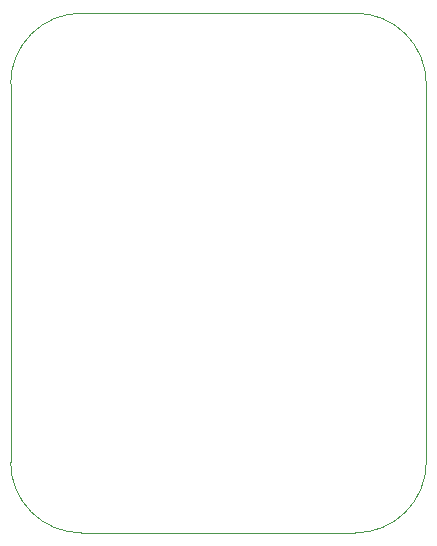
<source format=gbr>
%TF.GenerationSoftware,Altium Limited,Altium Designer,21.6.4 (81)*%
G04 Layer_Color=0*
%FSLAX45Y45*%
%MOMM*%
%TF.SameCoordinates,1F3DC5CE-A10F-41C4-B24A-259E2D936CC1*%
%TF.FilePolarity,Positive*%
%TF.FileFunction,Profile,NP*%
%TF.Part,Single*%
G01*
G75*
%TA.AperFunction,Profile*%
%ADD71C,0.02540*%
D71*
X-1760000Y-1600000D02*
Y1600000D01*
D02*
G02*
X-1160000Y2200000I600000J0D01*
G01*
X1160000D01*
D02*
G02*
X1760000Y1600000I0J-600000D01*
G01*
Y-1600000D01*
D02*
G02*
X1160000Y-2200000I-600000J0D01*
G01*
X-1160000D01*
D02*
G02*
X-1760000Y-1600000I0J600000D01*
G01*
%TF.MD5,b89adc93c17f88ea23e5f40769c15fc2*%
M02*

</source>
